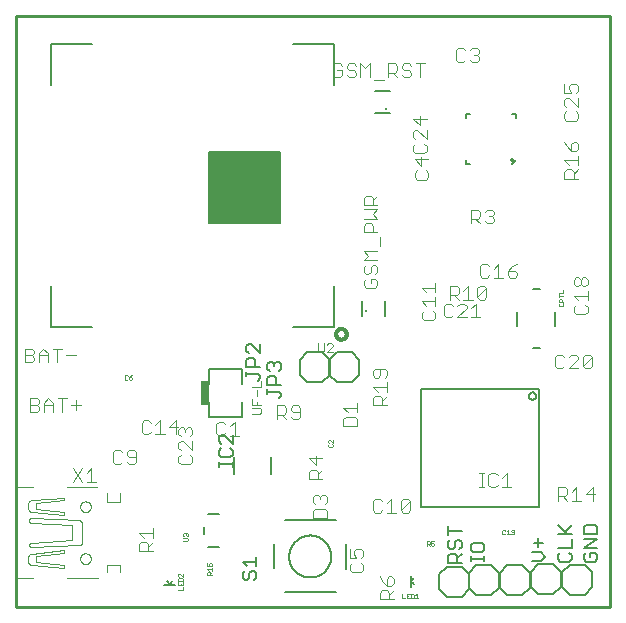
<source format=gto>
G75*
%MOIN*%
%OFA0B0*%
%FSLAX25Y25*%
%IPPOS*%
%LPD*%
%AMOC8*
5,1,8,0,0,1.08239X$1,22.5*
%
%ADD10C,0.01000*%
%ADD11C,0.00400*%
%ADD12C,0.00100*%
%ADD13C,0.00800*%
%ADD14C,0.00500*%
%ADD15C,0.00600*%
%ADD16C,0.01200*%
%ADD17C,0.00300*%
%ADD18R,0.23622X0.23622*%
%ADD19R,0.03000X0.08000*%
%ADD20C,0.00000*%
%ADD21C,0.01181*%
D10*
X0001500Y0012458D02*
X0199335Y0012458D01*
X0199335Y0209309D01*
X0001500Y0209309D01*
X0001500Y0012458D01*
D11*
X0001213Y0021957D02*
X0001213Y0052251D01*
X0001231Y0052228D02*
X0007151Y0052228D01*
X0006545Y0047936D02*
X0017378Y0048754D01*
X0017378Y0047936D01*
X0007976Y0046915D01*
X0007976Y0044871D01*
X0017378Y0043849D01*
X0017378Y0043031D01*
X0006545Y0044053D01*
X0006479Y0044060D01*
X0006414Y0044071D01*
X0006349Y0044085D01*
X0006286Y0044103D01*
X0006223Y0044125D01*
X0006162Y0044150D01*
X0006102Y0044178D01*
X0006044Y0044210D01*
X0005988Y0044246D01*
X0005934Y0044284D01*
X0005883Y0044325D01*
X0005834Y0044369D01*
X0005787Y0044416D01*
X0005743Y0044466D01*
X0005702Y0044518D01*
X0005664Y0044572D01*
X0005629Y0044628D01*
X0005598Y0044686D01*
X0005570Y0044746D01*
X0005545Y0044808D01*
X0005524Y0044870D01*
X0005524Y0047119D02*
X0005545Y0047181D01*
X0005570Y0047243D01*
X0005598Y0047303D01*
X0005629Y0047361D01*
X0005664Y0047417D01*
X0005702Y0047471D01*
X0005743Y0047523D01*
X0005787Y0047573D01*
X0005834Y0047620D01*
X0005883Y0047664D01*
X0005934Y0047705D01*
X0005988Y0047743D01*
X0006044Y0047779D01*
X0006102Y0047811D01*
X0006162Y0047839D01*
X0006223Y0047864D01*
X0006286Y0047886D01*
X0006349Y0047904D01*
X0006414Y0047918D01*
X0006479Y0047929D01*
X0006545Y0047936D01*
X0005524Y0047119D02*
X0005490Y0047004D01*
X0005460Y0046887D01*
X0005434Y0046770D01*
X0005412Y0046652D01*
X0005393Y0046534D01*
X0005378Y0046414D01*
X0005367Y0046295D01*
X0005359Y0046175D01*
X0005355Y0046055D01*
X0005355Y0045935D01*
X0005359Y0045815D01*
X0005367Y0045695D01*
X0005378Y0045576D01*
X0005393Y0045456D01*
X0005412Y0045338D01*
X0005434Y0045220D01*
X0005460Y0045103D01*
X0005490Y0044986D01*
X0005524Y0044871D01*
X0006546Y0042009D02*
X0022487Y0041192D01*
X0022545Y0041187D01*
X0022601Y0041178D01*
X0022658Y0041165D01*
X0022713Y0041149D01*
X0022767Y0041129D01*
X0022819Y0041106D01*
X0022870Y0041079D01*
X0022919Y0041048D01*
X0022966Y0041015D01*
X0023010Y0040979D01*
X0023053Y0040939D01*
X0023092Y0040897D01*
X0023128Y0040853D01*
X0023162Y0040806D01*
X0023192Y0040757D01*
X0023219Y0040706D01*
X0023242Y0040653D01*
X0023262Y0040599D01*
X0023278Y0040544D01*
X0023291Y0040488D01*
X0023300Y0040431D01*
X0023305Y0040374D01*
X0023305Y0040375D02*
X0023305Y0033835D01*
X0023300Y0033778D01*
X0023291Y0033721D01*
X0023278Y0033665D01*
X0023262Y0033609D01*
X0023242Y0033555D01*
X0023219Y0033503D01*
X0023192Y0033452D01*
X0023162Y0033403D01*
X0023128Y0033356D01*
X0023092Y0033312D01*
X0023053Y0033270D01*
X0023011Y0033230D01*
X0022966Y0033194D01*
X0022919Y0033161D01*
X0022870Y0033130D01*
X0022819Y0033104D01*
X0022767Y0033080D01*
X0022713Y0033060D01*
X0022658Y0033044D01*
X0022602Y0033031D01*
X0022545Y0033022D01*
X0022488Y0033017D01*
X0022487Y0033017D02*
X0006546Y0032200D01*
X0006545Y0032200D02*
X0006489Y0032202D01*
X0006434Y0032208D01*
X0006379Y0032217D01*
X0006325Y0032230D01*
X0006271Y0032247D01*
X0006220Y0032268D01*
X0006169Y0032292D01*
X0006120Y0032319D01*
X0006074Y0032350D01*
X0006029Y0032383D01*
X0005987Y0032420D01*
X0005948Y0032459D01*
X0005911Y0032501D01*
X0005878Y0032546D01*
X0005847Y0032592D01*
X0005820Y0032641D01*
X0005796Y0032692D01*
X0005775Y0032743D01*
X0005758Y0032797D01*
X0005745Y0032851D01*
X0005736Y0032906D01*
X0005730Y0032961D01*
X0005728Y0033017D01*
X0005730Y0033073D01*
X0005736Y0033128D01*
X0005745Y0033183D01*
X0005758Y0033237D01*
X0005775Y0033291D01*
X0005796Y0033342D01*
X0005820Y0033393D01*
X0005847Y0033442D01*
X0005878Y0033488D01*
X0005911Y0033533D01*
X0005948Y0033575D01*
X0005987Y0033614D01*
X0006029Y0033651D01*
X0006074Y0033684D01*
X0006120Y0033715D01*
X0006169Y0033742D01*
X0006220Y0033766D01*
X0006271Y0033787D01*
X0006325Y0033804D01*
X0006379Y0033817D01*
X0006434Y0033826D01*
X0006489Y0033832D01*
X0006545Y0033834D01*
X0006545Y0033835D02*
X0020035Y0034652D01*
X0020035Y0039558D01*
X0020035Y0039557D02*
X0006545Y0040374D01*
X0006489Y0040376D01*
X0006434Y0040382D01*
X0006379Y0040391D01*
X0006325Y0040404D01*
X0006271Y0040421D01*
X0006220Y0040442D01*
X0006169Y0040466D01*
X0006120Y0040493D01*
X0006074Y0040524D01*
X0006029Y0040557D01*
X0005987Y0040594D01*
X0005948Y0040633D01*
X0005911Y0040675D01*
X0005878Y0040720D01*
X0005847Y0040766D01*
X0005820Y0040815D01*
X0005796Y0040866D01*
X0005775Y0040917D01*
X0005758Y0040971D01*
X0005745Y0041025D01*
X0005736Y0041080D01*
X0005730Y0041135D01*
X0005728Y0041191D01*
X0005728Y0041192D01*
X0005730Y0041248D01*
X0005736Y0041303D01*
X0005745Y0041358D01*
X0005758Y0041412D01*
X0005775Y0041466D01*
X0005796Y0041517D01*
X0005820Y0041568D01*
X0005847Y0041617D01*
X0005878Y0041663D01*
X0005911Y0041708D01*
X0005948Y0041750D01*
X0005987Y0041789D01*
X0006029Y0041826D01*
X0006074Y0041859D01*
X0006120Y0041890D01*
X0006169Y0041917D01*
X0006220Y0041941D01*
X0006271Y0041962D01*
X0006325Y0041979D01*
X0006379Y0041992D01*
X0006434Y0042001D01*
X0006489Y0042007D01*
X0006545Y0042009D01*
X0001231Y0052228D02*
X0001231Y0021980D01*
X0001231Y0021980D01*
X0007151Y0021980D01*
X0006545Y0026273D02*
X0017378Y0025455D01*
X0017378Y0026273D01*
X0007976Y0027294D01*
X0007976Y0029338D01*
X0017378Y0030360D01*
X0017378Y0031178D01*
X0006545Y0030156D01*
X0006479Y0030149D01*
X0006414Y0030138D01*
X0006349Y0030124D01*
X0006286Y0030106D01*
X0006223Y0030084D01*
X0006162Y0030059D01*
X0006102Y0030031D01*
X0006044Y0029999D01*
X0005988Y0029963D01*
X0005934Y0029925D01*
X0005883Y0029884D01*
X0005834Y0029840D01*
X0005787Y0029793D01*
X0005743Y0029743D01*
X0005702Y0029691D01*
X0005664Y0029637D01*
X0005629Y0029581D01*
X0005598Y0029523D01*
X0005570Y0029463D01*
X0005545Y0029401D01*
X0005524Y0029339D01*
X0005524Y0027090D02*
X0005545Y0027028D01*
X0005570Y0026966D01*
X0005598Y0026906D01*
X0005629Y0026848D01*
X0005664Y0026792D01*
X0005702Y0026738D01*
X0005743Y0026686D01*
X0005787Y0026636D01*
X0005834Y0026589D01*
X0005883Y0026545D01*
X0005934Y0026504D01*
X0005988Y0026466D01*
X0006044Y0026430D01*
X0006102Y0026398D01*
X0006162Y0026370D01*
X0006223Y0026345D01*
X0006286Y0026323D01*
X0006349Y0026305D01*
X0006414Y0026291D01*
X0006479Y0026280D01*
X0006545Y0026273D01*
X0005524Y0027090D02*
X0005490Y0027205D01*
X0005460Y0027322D01*
X0005434Y0027439D01*
X0005412Y0027557D01*
X0005393Y0027675D01*
X0005378Y0027795D01*
X0005367Y0027914D01*
X0005359Y0028034D01*
X0005355Y0028154D01*
X0005355Y0028274D01*
X0005359Y0028394D01*
X0005367Y0028514D01*
X0005378Y0028633D01*
X0005393Y0028753D01*
X0005412Y0028871D01*
X0005434Y0028989D01*
X0005460Y0029106D01*
X0005490Y0029223D01*
X0005524Y0029338D01*
X0018220Y0021958D02*
X0028800Y0021958D01*
X0031657Y0024017D02*
X0031657Y0026475D01*
X0036174Y0026475D01*
X0036174Y0023984D01*
X0042420Y0030901D02*
X0042420Y0033203D01*
X0043187Y0033971D01*
X0044721Y0033971D01*
X0045489Y0033203D01*
X0045489Y0030901D01*
X0047023Y0030901D02*
X0042420Y0030901D01*
X0045489Y0032436D02*
X0047023Y0033971D01*
X0047023Y0035505D02*
X0047023Y0038575D01*
X0047023Y0037040D02*
X0042420Y0037040D01*
X0043954Y0035505D01*
X0036108Y0047335D02*
X0036108Y0050192D01*
X0036108Y0047335D02*
X0031657Y0047335D01*
X0031657Y0050192D01*
X0028402Y0052251D02*
X0018420Y0052250D01*
X0020352Y0053928D02*
X0023421Y0058532D01*
X0024955Y0056997D02*
X0026490Y0058532D01*
X0026490Y0053928D01*
X0024955Y0053928D02*
X0028025Y0053928D01*
X0023421Y0053928D02*
X0020352Y0058532D01*
X0033703Y0060827D02*
X0034470Y0060060D01*
X0036005Y0060060D01*
X0036772Y0060827D01*
X0038307Y0060827D02*
X0039074Y0060060D01*
X0040609Y0060060D01*
X0041376Y0060827D01*
X0041376Y0063897D01*
X0040609Y0064664D01*
X0039074Y0064664D01*
X0038307Y0063897D01*
X0038307Y0063129D01*
X0039074Y0062362D01*
X0041376Y0062362D01*
X0036772Y0063897D02*
X0036005Y0064664D01*
X0034470Y0064664D01*
X0033703Y0063897D01*
X0033703Y0060827D01*
X0043196Y0070768D02*
X0043963Y0070001D01*
X0045498Y0070001D01*
X0046265Y0070768D01*
X0047800Y0070001D02*
X0050869Y0070001D01*
X0049335Y0070001D02*
X0049335Y0074605D01*
X0047800Y0073070D01*
X0046265Y0073837D02*
X0045498Y0074605D01*
X0043963Y0074605D01*
X0043196Y0073837D01*
X0043196Y0070768D01*
X0052404Y0072303D02*
X0055473Y0072303D01*
X0056253Y0072275D02*
X0057020Y0072275D01*
X0057787Y0071508D01*
X0058555Y0072275D01*
X0059322Y0072275D01*
X0060089Y0071508D01*
X0060089Y0069973D01*
X0059322Y0069206D01*
X0060089Y0067671D02*
X0060089Y0064602D01*
X0057020Y0067671D01*
X0056253Y0067671D01*
X0055485Y0066904D01*
X0055485Y0065369D01*
X0056253Y0064602D01*
X0056253Y0063067D02*
X0055485Y0062300D01*
X0055485Y0060765D01*
X0056253Y0059998D01*
X0059322Y0059998D01*
X0060089Y0060765D01*
X0060089Y0062300D01*
X0059322Y0063067D01*
X0056253Y0069206D02*
X0055485Y0069973D01*
X0055485Y0071508D01*
X0056253Y0072275D01*
X0057787Y0071508D02*
X0057787Y0070741D01*
X0054706Y0070001D02*
X0054706Y0074605D01*
X0052404Y0072303D01*
X0068122Y0073306D02*
X0068122Y0070237D01*
X0068889Y0069469D01*
X0070424Y0069469D01*
X0071191Y0070237D01*
X0072726Y0069469D02*
X0075795Y0069469D01*
X0074261Y0069469D02*
X0074261Y0074073D01*
X0072726Y0072539D01*
X0071191Y0073306D02*
X0070424Y0074073D01*
X0068889Y0074073D01*
X0068122Y0073306D01*
X0088383Y0074912D02*
X0088383Y0079516D01*
X0090685Y0079516D01*
X0091452Y0078749D01*
X0091452Y0077214D01*
X0090685Y0076447D01*
X0088383Y0076447D01*
X0089918Y0076447D02*
X0091452Y0074912D01*
X0092987Y0075680D02*
X0093754Y0074912D01*
X0095289Y0074912D01*
X0096056Y0075680D01*
X0096056Y0078749D01*
X0095289Y0079516D01*
X0093754Y0079516D01*
X0092987Y0078749D01*
X0092987Y0077982D01*
X0093754Y0077214D01*
X0096056Y0077214D01*
X0101213Y0062704D02*
X0101213Y0059634D01*
X0098911Y0061936D01*
X0103515Y0061936D01*
X0103515Y0058100D02*
X0101980Y0056565D01*
X0101980Y0057332D02*
X0101980Y0055030D01*
X0103515Y0055030D02*
X0098911Y0055030D01*
X0098911Y0057332D01*
X0099678Y0058100D01*
X0101213Y0058100D01*
X0101980Y0057332D01*
X0101897Y0049711D02*
X0102664Y0048944D01*
X0103432Y0049711D01*
X0104199Y0049711D01*
X0104966Y0048944D01*
X0104966Y0047409D01*
X0104199Y0046642D01*
X0104199Y0045107D02*
X0101130Y0045107D01*
X0100362Y0044340D01*
X0100362Y0042038D01*
X0104966Y0042038D01*
X0104966Y0044340D01*
X0104199Y0045107D01*
X0101130Y0046642D02*
X0100362Y0047409D01*
X0100362Y0048944D01*
X0101130Y0049711D01*
X0101897Y0049711D01*
X0102664Y0048944D02*
X0102664Y0048177D01*
X0112552Y0031675D02*
X0112552Y0028606D01*
X0114854Y0028606D01*
X0114087Y0030140D01*
X0114087Y0030908D01*
X0114854Y0031675D01*
X0116389Y0031675D01*
X0117156Y0030908D01*
X0117156Y0029373D01*
X0116389Y0028606D01*
X0116389Y0027071D02*
X0117156Y0026304D01*
X0117156Y0024769D01*
X0116389Y0024002D01*
X0113320Y0024002D01*
X0112552Y0024769D01*
X0112552Y0026304D01*
X0113320Y0027071D01*
X0122641Y0022531D02*
X0123408Y0020997D01*
X0124943Y0019462D01*
X0124943Y0021764D01*
X0125710Y0022531D01*
X0126478Y0022531D01*
X0127245Y0021764D01*
X0127245Y0020229D01*
X0126478Y0019462D01*
X0124943Y0019462D01*
X0124943Y0017927D02*
X0125710Y0017160D01*
X0125710Y0014858D01*
X0125710Y0016393D02*
X0127245Y0017927D01*
X0127245Y0014858D02*
X0122641Y0014858D01*
X0122641Y0017160D01*
X0123408Y0017927D01*
X0124943Y0017927D01*
X0124975Y0043790D02*
X0128044Y0043790D01*
X0126510Y0043790D02*
X0126510Y0048394D01*
X0124975Y0046860D01*
X0123441Y0047627D02*
X0122673Y0048394D01*
X0121139Y0048394D01*
X0120371Y0047627D01*
X0120371Y0044558D01*
X0121139Y0043790D01*
X0122673Y0043790D01*
X0123441Y0044558D01*
X0129579Y0044558D02*
X0130346Y0043790D01*
X0131881Y0043790D01*
X0132648Y0044558D01*
X0132648Y0047627D01*
X0129579Y0044558D01*
X0129579Y0047627D01*
X0130346Y0048394D01*
X0131881Y0048394D01*
X0132648Y0047627D01*
X0115120Y0072589D02*
X0115120Y0074891D01*
X0114352Y0075658D01*
X0111283Y0075658D01*
X0110516Y0074891D01*
X0110516Y0072589D01*
X0115120Y0072589D01*
X0115120Y0077193D02*
X0115120Y0080262D01*
X0115120Y0078727D02*
X0110516Y0078727D01*
X0112050Y0077193D01*
X0120377Y0079545D02*
X0120377Y0081847D01*
X0121145Y0082615D01*
X0122679Y0082615D01*
X0123446Y0081847D01*
X0123446Y0079545D01*
X0123446Y0081080D02*
X0124981Y0082615D01*
X0124981Y0084149D02*
X0124981Y0087219D01*
X0124981Y0085684D02*
X0120377Y0085684D01*
X0121912Y0084149D01*
X0121912Y0088753D02*
X0122679Y0089521D01*
X0122679Y0091823D01*
X0121145Y0091823D02*
X0120377Y0091055D01*
X0120377Y0089521D01*
X0121145Y0088753D01*
X0121912Y0088753D01*
X0124214Y0088753D02*
X0124981Y0089521D01*
X0124981Y0091055D01*
X0124214Y0091823D01*
X0121145Y0091823D01*
X0120377Y0079545D02*
X0124981Y0079545D01*
X0137306Y0108072D02*
X0140375Y0108072D01*
X0141143Y0108839D01*
X0141143Y0110374D01*
X0140375Y0111141D01*
X0141143Y0112676D02*
X0141143Y0115745D01*
X0141143Y0117280D02*
X0141143Y0120349D01*
X0141143Y0118814D02*
X0136539Y0118814D01*
X0138073Y0117280D01*
X0136539Y0114210D02*
X0141143Y0114210D01*
X0138073Y0112676D02*
X0136539Y0114210D01*
X0137306Y0111141D02*
X0136539Y0110374D01*
X0136539Y0108839D01*
X0137306Y0108072D01*
X0143897Y0109641D02*
X0144664Y0108874D01*
X0146199Y0108874D01*
X0146966Y0109641D01*
X0148501Y0108874D02*
X0151570Y0111943D01*
X0151570Y0112711D01*
X0150803Y0113478D01*
X0149268Y0113478D01*
X0148501Y0112711D01*
X0146966Y0112711D02*
X0146199Y0113478D01*
X0144664Y0113478D01*
X0143897Y0112711D01*
X0143897Y0109641D01*
X0148501Y0108874D02*
X0151570Y0108874D01*
X0153105Y0108874D02*
X0156174Y0108874D01*
X0154640Y0108874D02*
X0154640Y0113478D01*
X0153105Y0111943D01*
X0153566Y0114769D02*
X0150497Y0114769D01*
X0152031Y0114769D02*
X0152031Y0119373D01*
X0150497Y0117838D01*
X0148962Y0118605D02*
X0148962Y0117071D01*
X0148195Y0116303D01*
X0145893Y0116303D01*
X0145893Y0114769D02*
X0145893Y0119373D01*
X0148195Y0119373D01*
X0148962Y0118605D01*
X0147428Y0116303D02*
X0148962Y0114769D01*
X0155101Y0115536D02*
X0158170Y0118605D01*
X0158170Y0115536D01*
X0157403Y0114769D01*
X0155868Y0114769D01*
X0155101Y0115536D01*
X0155101Y0118605D01*
X0155868Y0119373D01*
X0157403Y0119373D01*
X0158170Y0118605D01*
X0158341Y0122093D02*
X0156806Y0122093D01*
X0156039Y0122861D01*
X0156039Y0125930D01*
X0156806Y0126697D01*
X0158341Y0126697D01*
X0159108Y0125930D01*
X0160643Y0125163D02*
X0162177Y0126697D01*
X0162177Y0122093D01*
X0160643Y0122093D02*
X0163712Y0122093D01*
X0165246Y0122861D02*
X0166014Y0122093D01*
X0167548Y0122093D01*
X0168316Y0122861D01*
X0168316Y0123628D01*
X0167548Y0124395D01*
X0165246Y0124395D01*
X0165246Y0122861D01*
X0165246Y0124395D02*
X0166781Y0125930D01*
X0168316Y0126697D01*
X0159108Y0122861D02*
X0158341Y0122093D01*
X0158326Y0140217D02*
X0157559Y0140985D01*
X0158326Y0140217D02*
X0159861Y0140217D01*
X0160628Y0140985D01*
X0160628Y0141752D01*
X0159861Y0142519D01*
X0159093Y0142519D01*
X0159861Y0142519D02*
X0160628Y0143287D01*
X0160628Y0144054D01*
X0159861Y0144821D01*
X0158326Y0144821D01*
X0157559Y0144054D01*
X0156024Y0144054D02*
X0156024Y0142519D01*
X0155257Y0141752D01*
X0152955Y0141752D01*
X0154489Y0141752D02*
X0156024Y0140217D01*
X0156024Y0144054D02*
X0155257Y0144821D01*
X0152955Y0144821D01*
X0152955Y0140217D01*
X0138038Y0154829D02*
X0138805Y0155596D01*
X0138805Y0157131D01*
X0138038Y0157898D01*
X0136503Y0159433D02*
X0136503Y0162502D01*
X0137452Y0163655D02*
X0134383Y0163655D01*
X0133615Y0164422D01*
X0133615Y0165957D01*
X0134383Y0166724D01*
X0134383Y0168259D02*
X0133615Y0169026D01*
X0133615Y0170561D01*
X0134383Y0171328D01*
X0135150Y0171328D01*
X0138219Y0168259D01*
X0138219Y0171328D01*
X0135917Y0172862D02*
X0135917Y0175932D01*
X0133615Y0175164D02*
X0135917Y0172862D01*
X0138219Y0175164D02*
X0133615Y0175164D01*
X0137452Y0166724D02*
X0138219Y0165957D01*
X0138219Y0164422D01*
X0137452Y0163655D01*
X0138805Y0161735D02*
X0134201Y0161735D01*
X0136503Y0159433D01*
X0134968Y0157898D02*
X0134201Y0157131D01*
X0134201Y0155596D01*
X0134968Y0154829D01*
X0138038Y0154829D01*
X0121836Y0149458D02*
X0120302Y0147924D01*
X0120302Y0148691D02*
X0120302Y0146389D01*
X0121836Y0146389D02*
X0117232Y0146389D01*
X0117232Y0148691D01*
X0118000Y0149458D01*
X0119534Y0149458D01*
X0120302Y0148691D01*
X0121836Y0144855D02*
X0117232Y0144855D01*
X0117232Y0141785D02*
X0121836Y0141785D01*
X0120302Y0143320D01*
X0121836Y0144855D01*
X0119534Y0140251D02*
X0120302Y0139483D01*
X0120302Y0137181D01*
X0121836Y0137181D02*
X0117232Y0137181D01*
X0117232Y0139483D01*
X0118000Y0140251D01*
X0119534Y0140251D01*
X0122604Y0135647D02*
X0122604Y0132577D01*
X0121836Y0131043D02*
X0117232Y0131043D01*
X0118767Y0129508D01*
X0117232Y0127973D01*
X0121836Y0127973D01*
X0121069Y0126439D02*
X0120302Y0126439D01*
X0119534Y0125672D01*
X0119534Y0124137D01*
X0118767Y0123370D01*
X0118000Y0123370D01*
X0117232Y0124137D01*
X0117232Y0125672D01*
X0118000Y0126439D01*
X0121069Y0126439D02*
X0121836Y0125672D01*
X0121836Y0124137D01*
X0121069Y0123370D01*
X0121069Y0121835D02*
X0119534Y0121835D01*
X0119534Y0120300D01*
X0118000Y0118766D02*
X0121069Y0118766D01*
X0121836Y0119533D01*
X0121836Y0121068D01*
X0121069Y0121835D01*
X0118000Y0121835D02*
X0117232Y0121068D01*
X0117232Y0119533D01*
X0118000Y0118766D01*
X0155781Y0056975D02*
X0157316Y0056975D01*
X0156548Y0056975D02*
X0156548Y0052371D01*
X0155781Y0052371D02*
X0157316Y0052371D01*
X0158850Y0053138D02*
X0158850Y0056208D01*
X0159618Y0056975D01*
X0161152Y0056975D01*
X0161920Y0056208D01*
X0163454Y0055440D02*
X0164989Y0056975D01*
X0164989Y0052371D01*
X0163454Y0052371D02*
X0166524Y0052371D01*
X0161920Y0053138D02*
X0161152Y0052371D01*
X0159618Y0052371D01*
X0158850Y0053138D01*
X0182037Y0052287D02*
X0182037Y0047683D01*
X0182037Y0049218D02*
X0184339Y0049218D01*
X0185106Y0049985D01*
X0185106Y0051520D01*
X0184339Y0052287D01*
X0182037Y0052287D01*
X0183571Y0049218D02*
X0185106Y0047683D01*
X0186641Y0047683D02*
X0189710Y0047683D01*
X0188175Y0047683D02*
X0188175Y0052287D01*
X0186641Y0050752D01*
X0191245Y0049985D02*
X0194314Y0049985D01*
X0193547Y0047683D02*
X0193547Y0052287D01*
X0191245Y0049985D01*
X0190998Y0091846D02*
X0190231Y0092614D01*
X0193300Y0095683D01*
X0193300Y0092614D01*
X0192533Y0091846D01*
X0190998Y0091846D01*
X0190231Y0092614D02*
X0190231Y0095683D01*
X0190998Y0096450D01*
X0192533Y0096450D01*
X0193300Y0095683D01*
X0188696Y0095683D02*
X0187929Y0096450D01*
X0186394Y0096450D01*
X0185627Y0095683D01*
X0184092Y0095683D02*
X0183325Y0096450D01*
X0181790Y0096450D01*
X0181023Y0095683D01*
X0181023Y0092614D01*
X0181790Y0091846D01*
X0183325Y0091846D01*
X0184092Y0092614D01*
X0185627Y0091846D02*
X0188696Y0094916D01*
X0188696Y0095683D01*
X0188696Y0091846D02*
X0185627Y0091846D01*
X0188076Y0109975D02*
X0191145Y0109975D01*
X0191912Y0110742D01*
X0191912Y0112276D01*
X0191145Y0113044D01*
X0191912Y0114578D02*
X0191912Y0117648D01*
X0191912Y0116113D02*
X0187308Y0116113D01*
X0188843Y0114578D01*
X0188076Y0113044D02*
X0187308Y0112276D01*
X0187308Y0110742D01*
X0188076Y0109975D01*
X0188076Y0119182D02*
X0187308Y0119950D01*
X0187308Y0121484D01*
X0188076Y0122252D01*
X0188843Y0122252D01*
X0189610Y0121484D01*
X0189610Y0119950D01*
X0188843Y0119182D01*
X0188076Y0119182D01*
X0189610Y0119950D02*
X0190378Y0119182D01*
X0191145Y0119182D01*
X0191912Y0119950D01*
X0191912Y0121484D01*
X0191145Y0122252D01*
X0190378Y0122252D01*
X0189610Y0121484D01*
X0188770Y0155109D02*
X0184167Y0155109D01*
X0184167Y0157411D01*
X0184934Y0158178D01*
X0186469Y0158178D01*
X0187236Y0157411D01*
X0187236Y0155109D01*
X0187236Y0156644D02*
X0188770Y0158178D01*
X0188770Y0159713D02*
X0188770Y0162782D01*
X0188770Y0161248D02*
X0184167Y0161248D01*
X0185701Y0159713D01*
X0186469Y0164317D02*
X0186469Y0166619D01*
X0187236Y0167386D01*
X0188003Y0167386D01*
X0188770Y0166619D01*
X0188770Y0165084D01*
X0188003Y0164317D01*
X0186469Y0164317D01*
X0184934Y0165852D01*
X0184167Y0167386D01*
X0184811Y0174467D02*
X0187880Y0174467D01*
X0188647Y0175234D01*
X0188647Y0176769D01*
X0187880Y0177536D01*
X0188647Y0179071D02*
X0185578Y0182140D01*
X0184811Y0182140D01*
X0184044Y0181373D01*
X0184044Y0179838D01*
X0184811Y0179071D01*
X0184811Y0177536D02*
X0184044Y0176769D01*
X0184044Y0175234D01*
X0184811Y0174467D01*
X0188647Y0179071D02*
X0188647Y0182140D01*
X0187880Y0183674D02*
X0188647Y0184442D01*
X0188647Y0185976D01*
X0187880Y0186744D01*
X0186345Y0186744D01*
X0185578Y0185976D01*
X0185578Y0185209D01*
X0186345Y0183674D01*
X0184044Y0183674D01*
X0184044Y0186744D01*
X0155721Y0194799D02*
X0154954Y0194031D01*
X0153419Y0194031D01*
X0152652Y0194799D01*
X0151118Y0194799D02*
X0150350Y0194031D01*
X0148816Y0194031D01*
X0148048Y0194799D01*
X0148048Y0197868D01*
X0148816Y0198635D01*
X0150350Y0198635D01*
X0151118Y0197868D01*
X0152652Y0197868D02*
X0153419Y0198635D01*
X0154954Y0198635D01*
X0155721Y0197868D01*
X0155721Y0197101D01*
X0154954Y0196333D01*
X0155721Y0195566D01*
X0155721Y0194799D01*
X0154954Y0196333D02*
X0154187Y0196333D01*
X0137675Y0193522D02*
X0134606Y0193522D01*
X0136140Y0193522D02*
X0136140Y0188918D01*
X0133071Y0189686D02*
X0132304Y0188918D01*
X0130769Y0188918D01*
X0130002Y0189686D01*
X0130769Y0191220D02*
X0132304Y0191220D01*
X0133071Y0190453D01*
X0133071Y0189686D01*
X0130769Y0191220D02*
X0130002Y0191987D01*
X0130002Y0192755D01*
X0130769Y0193522D01*
X0132304Y0193522D01*
X0133071Y0192755D01*
X0128467Y0192755D02*
X0128467Y0191220D01*
X0127700Y0190453D01*
X0125398Y0190453D01*
X0126933Y0190453D02*
X0128467Y0188918D01*
X0125398Y0188918D02*
X0125398Y0193522D01*
X0127700Y0193522D01*
X0128467Y0192755D01*
X0123863Y0188151D02*
X0120794Y0188151D01*
X0119259Y0188918D02*
X0119259Y0193522D01*
X0117725Y0191987D01*
X0116190Y0193522D01*
X0116190Y0188918D01*
X0114656Y0189686D02*
X0113888Y0188918D01*
X0112354Y0188918D01*
X0111586Y0189686D01*
X0110052Y0189686D02*
X0109284Y0188918D01*
X0107750Y0188918D01*
X0106982Y0189686D01*
X0106982Y0192755D01*
X0107750Y0193522D01*
X0109284Y0193522D01*
X0110052Y0192755D01*
X0111586Y0192755D02*
X0111586Y0191987D01*
X0112354Y0191220D01*
X0113888Y0191220D01*
X0114656Y0190453D01*
X0114656Y0189686D01*
X0114656Y0192755D02*
X0113888Y0193522D01*
X0112354Y0193522D01*
X0111586Y0192755D01*
X0110052Y0191220D02*
X0108517Y0191220D01*
X0110052Y0191220D02*
X0110052Y0189686D01*
X0021228Y0096181D02*
X0018159Y0096181D01*
X0016624Y0098483D02*
X0013555Y0098483D01*
X0015090Y0098483D02*
X0015090Y0093879D01*
X0012020Y0093879D02*
X0012020Y0096948D01*
X0010486Y0098483D01*
X0008951Y0096948D01*
X0008951Y0093879D01*
X0007417Y0094646D02*
X0006649Y0093879D01*
X0004347Y0093879D01*
X0004347Y0098483D01*
X0006649Y0098483D01*
X0007417Y0097715D01*
X0007417Y0096948D01*
X0006649Y0096181D01*
X0004347Y0096181D01*
X0006649Y0096181D02*
X0007417Y0095413D01*
X0007417Y0094646D01*
X0008951Y0096181D02*
X0012020Y0096181D01*
X0012169Y0081977D02*
X0013704Y0080442D01*
X0013704Y0077373D01*
X0013704Y0079675D02*
X0010635Y0079675D01*
X0010635Y0080442D02*
X0012169Y0081977D01*
X0010635Y0080442D02*
X0010635Y0077373D01*
X0009100Y0078140D02*
X0009100Y0078908D01*
X0008333Y0079675D01*
X0006031Y0079675D01*
X0006031Y0077373D02*
X0006031Y0081977D01*
X0008333Y0081977D01*
X0009100Y0081210D01*
X0009100Y0080442D01*
X0008333Y0079675D01*
X0009100Y0078140D02*
X0008333Y0077373D01*
X0006031Y0077373D01*
X0015239Y0081977D02*
X0018308Y0081977D01*
X0016773Y0081977D02*
X0016773Y0077373D01*
X0019842Y0079675D02*
X0022912Y0079675D01*
X0021377Y0081210D02*
X0021377Y0078140D01*
D12*
X0037529Y0088376D02*
X0037779Y0088126D01*
X0038279Y0088126D01*
X0038530Y0088376D01*
X0039002Y0088376D02*
X0039252Y0088126D01*
X0039753Y0088126D01*
X0040003Y0088376D01*
X0040003Y0088626D01*
X0039753Y0088877D01*
X0039002Y0088877D01*
X0039002Y0088376D01*
X0039002Y0088877D02*
X0039502Y0089377D01*
X0040003Y0089627D01*
X0038530Y0089377D02*
X0038279Y0089627D01*
X0037779Y0089627D01*
X0037529Y0089377D01*
X0037529Y0088376D01*
X0057388Y0036896D02*
X0057638Y0036896D01*
X0057888Y0036646D01*
X0058139Y0036896D01*
X0058389Y0036896D01*
X0058639Y0036646D01*
X0058639Y0036145D01*
X0058389Y0035895D01*
X0058389Y0035423D02*
X0057138Y0035423D01*
X0057388Y0035895D02*
X0057138Y0036145D01*
X0057138Y0036646D01*
X0057388Y0036896D01*
X0057888Y0036646D02*
X0057888Y0036395D01*
X0058389Y0035423D02*
X0058639Y0035172D01*
X0058639Y0034672D01*
X0058389Y0034422D01*
X0057138Y0034422D01*
X0065133Y0026906D02*
X0065133Y0025905D01*
X0065884Y0025905D01*
X0065634Y0026406D01*
X0065634Y0026656D01*
X0065884Y0026906D01*
X0066384Y0026906D01*
X0066635Y0026656D01*
X0066635Y0026155D01*
X0066384Y0025905D01*
X0066635Y0025433D02*
X0066635Y0024432D01*
X0066635Y0023960D02*
X0066134Y0023459D01*
X0066134Y0023709D02*
X0066134Y0022959D01*
X0066635Y0022959D02*
X0065133Y0022959D01*
X0065133Y0023709D01*
X0065384Y0023960D01*
X0065884Y0023960D01*
X0066134Y0023709D01*
X0065634Y0024432D02*
X0065133Y0024932D01*
X0066635Y0024932D01*
X0056952Y0023508D02*
X0056952Y0022508D01*
X0055951Y0023508D01*
X0055701Y0023508D01*
X0055450Y0023258D01*
X0055450Y0022758D01*
X0055701Y0022508D01*
X0055701Y0022035D02*
X0055450Y0021785D01*
X0055450Y0021034D01*
X0056952Y0021034D01*
X0056952Y0021785D01*
X0056701Y0022035D01*
X0055701Y0022035D01*
X0055450Y0020562D02*
X0055450Y0019561D01*
X0056952Y0019561D01*
X0056952Y0020562D01*
X0056201Y0020061D02*
X0056201Y0019561D01*
X0056952Y0019089D02*
X0056952Y0018088D01*
X0055450Y0018088D01*
X0105507Y0065863D02*
X0105758Y0065613D01*
X0106758Y0065613D01*
X0107009Y0065863D01*
X0107009Y0066364D01*
X0106758Y0066614D01*
X0107009Y0067086D02*
X0106008Y0068087D01*
X0105758Y0068087D01*
X0105507Y0067837D01*
X0105507Y0067336D01*
X0105758Y0067086D01*
X0105758Y0066614D02*
X0105507Y0066364D01*
X0105507Y0065863D01*
X0107009Y0067086D02*
X0107009Y0068087D01*
X0138206Y0034179D02*
X0138956Y0034179D01*
X0139206Y0033929D01*
X0139206Y0033428D01*
X0138956Y0033178D01*
X0138206Y0033178D01*
X0138706Y0033178D02*
X0139206Y0032678D01*
X0139679Y0032928D02*
X0139929Y0032678D01*
X0140429Y0032678D01*
X0140680Y0032928D01*
X0140680Y0033428D01*
X0140429Y0033679D01*
X0140179Y0033679D01*
X0139679Y0033428D01*
X0139679Y0034179D01*
X0140680Y0034179D01*
X0138206Y0034179D02*
X0138206Y0032678D01*
X0134992Y0016697D02*
X0134992Y0015196D01*
X0134492Y0015196D02*
X0135493Y0015196D01*
X0134492Y0016197D02*
X0134992Y0016697D01*
X0134020Y0016447D02*
X0133769Y0016697D01*
X0133019Y0016697D01*
X0133019Y0015196D01*
X0133769Y0015196D01*
X0134020Y0015446D01*
X0134020Y0016447D01*
X0132546Y0016697D02*
X0131546Y0016697D01*
X0131546Y0015196D01*
X0132546Y0015196D01*
X0132046Y0015946D02*
X0131546Y0015946D01*
X0131073Y0015196D02*
X0130072Y0015196D01*
X0130072Y0016697D01*
X0163511Y0036776D02*
X0163761Y0036526D01*
X0164261Y0036526D01*
X0164511Y0036776D01*
X0164984Y0036526D02*
X0165985Y0036526D01*
X0165484Y0036526D02*
X0165484Y0038027D01*
X0164984Y0037527D01*
X0164511Y0037777D02*
X0164261Y0038027D01*
X0163761Y0038027D01*
X0163511Y0037777D01*
X0163511Y0036776D01*
X0166457Y0036776D02*
X0166707Y0036526D01*
X0167208Y0036526D01*
X0167458Y0036776D01*
X0167458Y0037777D01*
X0167208Y0038027D01*
X0166707Y0038027D01*
X0166457Y0037777D01*
X0166457Y0037527D01*
X0166707Y0037277D01*
X0167458Y0037277D01*
X0182527Y0112580D02*
X0183528Y0112580D01*
X0183778Y0112830D01*
X0183778Y0113331D01*
X0183528Y0113581D01*
X0183278Y0114053D02*
X0183278Y0114804D01*
X0183028Y0115054D01*
X0182527Y0115054D01*
X0182277Y0114804D01*
X0182277Y0114053D01*
X0183778Y0114053D01*
X0183278Y0114554D02*
X0183778Y0115054D01*
X0183778Y0116027D02*
X0182277Y0116027D01*
X0182277Y0116527D02*
X0182277Y0115526D01*
X0182277Y0117000D02*
X0183778Y0117000D01*
X0183778Y0118001D01*
X0182527Y0113581D02*
X0182277Y0113331D01*
X0182277Y0112830D01*
X0182527Y0112580D01*
D13*
X0181028Y0110785D02*
X0181028Y0106061D01*
X0175909Y0098580D02*
X0173547Y0098580D01*
X0168429Y0106061D02*
X0168429Y0110785D01*
X0173547Y0118265D02*
X0175909Y0118265D01*
X0107933Y0041191D02*
X0090933Y0041191D01*
X0087433Y0033191D02*
X0087433Y0025262D01*
X0090933Y0017191D02*
X0107933Y0017191D01*
X0111433Y0025143D02*
X0111433Y0033191D01*
X0092433Y0029191D02*
X0092435Y0029363D01*
X0092441Y0029534D01*
X0092452Y0029706D01*
X0092467Y0029877D01*
X0092486Y0030048D01*
X0092509Y0030218D01*
X0092536Y0030388D01*
X0092568Y0030557D01*
X0092603Y0030725D01*
X0092643Y0030892D01*
X0092687Y0031058D01*
X0092734Y0031223D01*
X0092786Y0031387D01*
X0092842Y0031549D01*
X0092902Y0031710D01*
X0092966Y0031870D01*
X0093034Y0032028D01*
X0093105Y0032184D01*
X0093180Y0032338D01*
X0093260Y0032491D01*
X0093342Y0032641D01*
X0093429Y0032790D01*
X0093519Y0032936D01*
X0093613Y0033080D01*
X0093710Y0033222D01*
X0093811Y0033361D01*
X0093915Y0033498D01*
X0094022Y0033632D01*
X0094133Y0033763D01*
X0094246Y0033892D01*
X0094363Y0034018D01*
X0094483Y0034141D01*
X0094606Y0034261D01*
X0094732Y0034378D01*
X0094861Y0034491D01*
X0094992Y0034602D01*
X0095126Y0034709D01*
X0095263Y0034813D01*
X0095402Y0034914D01*
X0095544Y0035011D01*
X0095688Y0035105D01*
X0095834Y0035195D01*
X0095983Y0035282D01*
X0096133Y0035364D01*
X0096286Y0035444D01*
X0096440Y0035519D01*
X0096596Y0035590D01*
X0096754Y0035658D01*
X0096914Y0035722D01*
X0097075Y0035782D01*
X0097237Y0035838D01*
X0097401Y0035890D01*
X0097566Y0035937D01*
X0097732Y0035981D01*
X0097899Y0036021D01*
X0098067Y0036056D01*
X0098236Y0036088D01*
X0098406Y0036115D01*
X0098576Y0036138D01*
X0098747Y0036157D01*
X0098918Y0036172D01*
X0099090Y0036183D01*
X0099261Y0036189D01*
X0099433Y0036191D01*
X0099605Y0036189D01*
X0099776Y0036183D01*
X0099948Y0036172D01*
X0100119Y0036157D01*
X0100290Y0036138D01*
X0100460Y0036115D01*
X0100630Y0036088D01*
X0100799Y0036056D01*
X0100967Y0036021D01*
X0101134Y0035981D01*
X0101300Y0035937D01*
X0101465Y0035890D01*
X0101629Y0035838D01*
X0101791Y0035782D01*
X0101952Y0035722D01*
X0102112Y0035658D01*
X0102270Y0035590D01*
X0102426Y0035519D01*
X0102580Y0035444D01*
X0102733Y0035364D01*
X0102883Y0035282D01*
X0103032Y0035195D01*
X0103178Y0035105D01*
X0103322Y0035011D01*
X0103464Y0034914D01*
X0103603Y0034813D01*
X0103740Y0034709D01*
X0103874Y0034602D01*
X0104005Y0034491D01*
X0104134Y0034378D01*
X0104260Y0034261D01*
X0104383Y0034141D01*
X0104503Y0034018D01*
X0104620Y0033892D01*
X0104733Y0033763D01*
X0104844Y0033632D01*
X0104951Y0033498D01*
X0105055Y0033361D01*
X0105156Y0033222D01*
X0105253Y0033080D01*
X0105347Y0032936D01*
X0105437Y0032790D01*
X0105524Y0032641D01*
X0105606Y0032491D01*
X0105686Y0032338D01*
X0105761Y0032184D01*
X0105832Y0032028D01*
X0105900Y0031870D01*
X0105964Y0031710D01*
X0106024Y0031549D01*
X0106080Y0031387D01*
X0106132Y0031223D01*
X0106179Y0031058D01*
X0106223Y0030892D01*
X0106263Y0030725D01*
X0106298Y0030557D01*
X0106330Y0030388D01*
X0106357Y0030218D01*
X0106380Y0030048D01*
X0106399Y0029877D01*
X0106414Y0029706D01*
X0106425Y0029534D01*
X0106431Y0029363D01*
X0106433Y0029191D01*
X0106431Y0029019D01*
X0106425Y0028848D01*
X0106414Y0028676D01*
X0106399Y0028505D01*
X0106380Y0028334D01*
X0106357Y0028164D01*
X0106330Y0027994D01*
X0106298Y0027825D01*
X0106263Y0027657D01*
X0106223Y0027490D01*
X0106179Y0027324D01*
X0106132Y0027159D01*
X0106080Y0026995D01*
X0106024Y0026833D01*
X0105964Y0026672D01*
X0105900Y0026512D01*
X0105832Y0026354D01*
X0105761Y0026198D01*
X0105686Y0026044D01*
X0105606Y0025891D01*
X0105524Y0025741D01*
X0105437Y0025592D01*
X0105347Y0025446D01*
X0105253Y0025302D01*
X0105156Y0025160D01*
X0105055Y0025021D01*
X0104951Y0024884D01*
X0104844Y0024750D01*
X0104733Y0024619D01*
X0104620Y0024490D01*
X0104503Y0024364D01*
X0104383Y0024241D01*
X0104260Y0024121D01*
X0104134Y0024004D01*
X0104005Y0023891D01*
X0103874Y0023780D01*
X0103740Y0023673D01*
X0103603Y0023569D01*
X0103464Y0023468D01*
X0103322Y0023371D01*
X0103178Y0023277D01*
X0103032Y0023187D01*
X0102883Y0023100D01*
X0102733Y0023018D01*
X0102580Y0022938D01*
X0102426Y0022863D01*
X0102270Y0022792D01*
X0102112Y0022724D01*
X0101952Y0022660D01*
X0101791Y0022600D01*
X0101629Y0022544D01*
X0101465Y0022492D01*
X0101300Y0022445D01*
X0101134Y0022401D01*
X0100967Y0022361D01*
X0100799Y0022326D01*
X0100630Y0022294D01*
X0100460Y0022267D01*
X0100290Y0022244D01*
X0100119Y0022225D01*
X0099948Y0022210D01*
X0099776Y0022199D01*
X0099605Y0022193D01*
X0099433Y0022191D01*
X0099261Y0022193D01*
X0099090Y0022199D01*
X0098918Y0022210D01*
X0098747Y0022225D01*
X0098576Y0022244D01*
X0098406Y0022267D01*
X0098236Y0022294D01*
X0098067Y0022326D01*
X0097899Y0022361D01*
X0097732Y0022401D01*
X0097566Y0022445D01*
X0097401Y0022492D01*
X0097237Y0022544D01*
X0097075Y0022600D01*
X0096914Y0022660D01*
X0096754Y0022724D01*
X0096596Y0022792D01*
X0096440Y0022863D01*
X0096286Y0022938D01*
X0096133Y0023018D01*
X0095983Y0023100D01*
X0095834Y0023187D01*
X0095688Y0023277D01*
X0095544Y0023371D01*
X0095402Y0023468D01*
X0095263Y0023569D01*
X0095126Y0023673D01*
X0094992Y0023780D01*
X0094861Y0023891D01*
X0094732Y0024004D01*
X0094606Y0024121D01*
X0094483Y0024241D01*
X0094363Y0024364D01*
X0094246Y0024490D01*
X0094133Y0024619D01*
X0094022Y0024750D01*
X0093915Y0024884D01*
X0093811Y0025021D01*
X0093710Y0025160D01*
X0093613Y0025302D01*
X0093519Y0025446D01*
X0093429Y0025592D01*
X0093342Y0025741D01*
X0093260Y0025891D01*
X0093180Y0026044D01*
X0093105Y0026198D01*
X0093034Y0026354D01*
X0092966Y0026512D01*
X0092902Y0026672D01*
X0092842Y0026833D01*
X0092786Y0026995D01*
X0092734Y0027159D01*
X0092687Y0027324D01*
X0092643Y0027490D01*
X0092603Y0027657D01*
X0092568Y0027825D01*
X0092536Y0027994D01*
X0092509Y0028164D01*
X0092486Y0028334D01*
X0092467Y0028505D01*
X0092452Y0028676D01*
X0092441Y0028848D01*
X0092435Y0029019D01*
X0092433Y0029191D01*
X0068880Y0032272D02*
X0065498Y0032272D01*
X0063998Y0036815D02*
X0063998Y0038928D01*
X0065498Y0043472D02*
X0068880Y0043472D01*
X0053511Y0020982D02*
X0052752Y0019822D01*
X0052652Y0019762D02*
X0051731Y0020982D01*
X0050841Y0019762D02*
X0052652Y0019762D01*
X0054463Y0019762D01*
X0132878Y0019112D02*
X0132878Y0020923D01*
X0134098Y0021843D01*
X0132878Y0022734D02*
X0132878Y0020923D01*
X0132939Y0020823D02*
X0134098Y0020063D01*
D14*
X0145412Y0027044D02*
X0145412Y0029296D01*
X0146163Y0030047D01*
X0147664Y0030047D01*
X0148415Y0029296D01*
X0148415Y0027044D01*
X0149916Y0027044D02*
X0145412Y0027044D01*
X0148415Y0028545D02*
X0149916Y0030047D01*
X0149166Y0031648D02*
X0149916Y0032399D01*
X0149916Y0033900D01*
X0149166Y0034651D01*
X0148415Y0034651D01*
X0147664Y0033900D01*
X0147664Y0032399D01*
X0146914Y0031648D01*
X0146163Y0031648D01*
X0145412Y0032399D01*
X0145412Y0033900D01*
X0146163Y0034651D01*
X0145412Y0036252D02*
X0145412Y0039255D01*
X0145412Y0037753D02*
X0149916Y0037753D01*
X0153624Y0033751D02*
X0152873Y0033000D01*
X0152873Y0031499D01*
X0153624Y0030748D01*
X0156626Y0030748D01*
X0157377Y0031499D01*
X0157377Y0033000D01*
X0156626Y0033751D01*
X0153624Y0033751D01*
X0152873Y0029180D02*
X0152873Y0027679D01*
X0152873Y0028430D02*
X0157377Y0028430D01*
X0157377Y0029180D02*
X0157377Y0027679D01*
X0173237Y0027615D02*
X0176240Y0027615D01*
X0177741Y0029116D01*
X0176240Y0030618D01*
X0173237Y0030618D01*
X0173988Y0033720D02*
X0176990Y0033720D01*
X0175489Y0032219D02*
X0175489Y0035222D01*
X0182100Y0036665D02*
X0186604Y0036665D01*
X0185103Y0036665D02*
X0182100Y0039668D01*
X0184352Y0037416D02*
X0186604Y0039668D01*
X0190589Y0038898D02*
X0190589Y0036646D01*
X0195093Y0036646D01*
X0195093Y0038898D01*
X0194343Y0039648D01*
X0191340Y0039648D01*
X0190589Y0038898D01*
X0190589Y0035044D02*
X0195093Y0035044D01*
X0190589Y0032042D01*
X0195093Y0032042D01*
X0194343Y0030440D02*
X0192841Y0030440D01*
X0192841Y0028939D01*
X0191340Y0027438D02*
X0194343Y0027438D01*
X0195093Y0028189D01*
X0195093Y0029690D01*
X0194343Y0030440D01*
X0191340Y0030440D02*
X0190589Y0029690D01*
X0190589Y0028189D01*
X0191340Y0027438D01*
X0186604Y0028208D02*
X0186604Y0029709D01*
X0185853Y0030460D01*
X0186604Y0032062D02*
X0186604Y0035064D01*
X0186604Y0032062D02*
X0182100Y0032062D01*
X0182851Y0030460D02*
X0182100Y0029709D01*
X0182100Y0028208D01*
X0182851Y0027458D01*
X0185853Y0027458D01*
X0186604Y0028208D01*
X0175811Y0045557D02*
X0136441Y0045557D01*
X0136441Y0084927D01*
X0175811Y0084927D01*
X0175811Y0045557D01*
X0172323Y0082683D02*
X0172325Y0082752D01*
X0172331Y0082820D01*
X0172341Y0082888D01*
X0172354Y0082956D01*
X0172372Y0083022D01*
X0172393Y0083088D01*
X0172418Y0083152D01*
X0172447Y0083215D01*
X0172479Y0083276D01*
X0172514Y0083334D01*
X0172553Y0083391D01*
X0172595Y0083446D01*
X0172640Y0083498D01*
X0172688Y0083547D01*
X0172739Y0083594D01*
X0172792Y0083637D01*
X0172848Y0083678D01*
X0172906Y0083715D01*
X0172966Y0083749D01*
X0173027Y0083779D01*
X0173091Y0083806D01*
X0173156Y0083829D01*
X0173222Y0083848D01*
X0173289Y0083864D01*
X0173357Y0083876D01*
X0173425Y0083884D01*
X0173494Y0083888D01*
X0173562Y0083888D01*
X0173631Y0083884D01*
X0173699Y0083876D01*
X0173767Y0083864D01*
X0173834Y0083848D01*
X0173900Y0083829D01*
X0173965Y0083806D01*
X0174029Y0083779D01*
X0174090Y0083749D01*
X0174150Y0083715D01*
X0174208Y0083678D01*
X0174264Y0083637D01*
X0174317Y0083594D01*
X0174368Y0083547D01*
X0174416Y0083498D01*
X0174461Y0083446D01*
X0174503Y0083391D01*
X0174542Y0083334D01*
X0174577Y0083276D01*
X0174609Y0083215D01*
X0174638Y0083152D01*
X0174663Y0083088D01*
X0174684Y0083022D01*
X0174702Y0082956D01*
X0174715Y0082888D01*
X0174725Y0082820D01*
X0174731Y0082752D01*
X0174733Y0082683D01*
X0174731Y0082614D01*
X0174725Y0082546D01*
X0174715Y0082478D01*
X0174702Y0082410D01*
X0174684Y0082344D01*
X0174663Y0082278D01*
X0174638Y0082214D01*
X0174609Y0082151D01*
X0174577Y0082090D01*
X0174542Y0082032D01*
X0174503Y0081975D01*
X0174461Y0081920D01*
X0174416Y0081868D01*
X0174368Y0081819D01*
X0174317Y0081772D01*
X0174264Y0081729D01*
X0174208Y0081688D01*
X0174150Y0081651D01*
X0174090Y0081617D01*
X0174029Y0081587D01*
X0173965Y0081560D01*
X0173900Y0081537D01*
X0173834Y0081518D01*
X0173767Y0081502D01*
X0173699Y0081490D01*
X0173631Y0081482D01*
X0173562Y0081478D01*
X0173494Y0081478D01*
X0173425Y0081482D01*
X0173357Y0081490D01*
X0173289Y0081502D01*
X0173222Y0081518D01*
X0173156Y0081537D01*
X0173091Y0081560D01*
X0173027Y0081587D01*
X0172966Y0081617D01*
X0172906Y0081651D01*
X0172848Y0081688D01*
X0172792Y0081729D01*
X0172739Y0081772D01*
X0172688Y0081819D01*
X0172640Y0081868D01*
X0172595Y0081920D01*
X0172553Y0081975D01*
X0172514Y0082032D01*
X0172479Y0082090D01*
X0172447Y0082151D01*
X0172418Y0082214D01*
X0172393Y0082278D01*
X0172372Y0082344D01*
X0172354Y0082410D01*
X0172341Y0082478D01*
X0172331Y0082546D01*
X0172325Y0082614D01*
X0172323Y0082683D01*
X0124335Y0109506D02*
X0124335Y0114230D01*
X0116854Y0114230D02*
X0116854Y0109506D01*
X0107484Y0105588D02*
X0107484Y0119368D01*
X0107484Y0105588D02*
X0093705Y0105588D01*
X0088944Y0094087D02*
X0088193Y0094087D01*
X0087443Y0093337D01*
X0087443Y0092586D01*
X0087443Y0093337D02*
X0086692Y0094087D01*
X0085941Y0094087D01*
X0085191Y0093337D01*
X0085191Y0091835D01*
X0085941Y0091085D01*
X0085941Y0089483D02*
X0087443Y0089483D01*
X0088193Y0088733D01*
X0088193Y0086481D01*
X0089695Y0086481D02*
X0085191Y0086481D01*
X0085191Y0088733D01*
X0085941Y0089483D01*
X0082647Y0089318D02*
X0081897Y0090069D01*
X0078144Y0090069D01*
X0078144Y0090819D02*
X0078144Y0089318D01*
X0076734Y0091649D02*
X0076734Y0086649D01*
X0076734Y0091649D02*
X0065734Y0091649D01*
X0065734Y0086649D01*
X0065734Y0080649D02*
X0065734Y0075649D01*
X0076734Y0075649D01*
X0076734Y0080649D01*
X0081897Y0087817D02*
X0082647Y0088567D01*
X0082647Y0089318D01*
X0082647Y0092421D02*
X0078144Y0092421D01*
X0078144Y0094673D01*
X0078894Y0095423D01*
X0080396Y0095423D01*
X0081146Y0094673D01*
X0081146Y0092421D01*
X0082647Y0097025D02*
X0079645Y0100027D01*
X0078894Y0100027D01*
X0078144Y0099277D01*
X0078144Y0097775D01*
X0078894Y0097025D01*
X0082647Y0097025D02*
X0082647Y0100027D01*
X0088944Y0094087D02*
X0089695Y0093337D01*
X0089695Y0091835D01*
X0088944Y0091085D01*
X0088944Y0084129D02*
X0085191Y0084129D01*
X0085191Y0084879D02*
X0085191Y0083378D01*
X0088944Y0084129D02*
X0089695Y0083378D01*
X0089695Y0082628D01*
X0088944Y0081877D01*
X0073561Y0069799D02*
X0073561Y0066797D01*
X0070558Y0069799D01*
X0069808Y0069799D01*
X0069057Y0069049D01*
X0069057Y0067548D01*
X0069808Y0066797D01*
X0069808Y0065196D02*
X0069057Y0064445D01*
X0069057Y0062944D01*
X0069808Y0062193D01*
X0072810Y0062193D01*
X0073561Y0062944D01*
X0073561Y0064445D01*
X0072810Y0065196D01*
X0073561Y0060625D02*
X0073561Y0059124D01*
X0073561Y0059874D02*
X0069057Y0059874D01*
X0069057Y0059124D02*
X0069057Y0060625D01*
X0081388Y0029006D02*
X0081388Y0026003D01*
X0081388Y0027504D02*
X0076884Y0027504D01*
X0078385Y0026003D01*
X0077635Y0024402D02*
X0076884Y0023651D01*
X0076884Y0022150D01*
X0077635Y0021399D01*
X0078385Y0021399D01*
X0079136Y0022150D01*
X0079136Y0023651D01*
X0079887Y0024402D01*
X0080637Y0024402D01*
X0081388Y0023651D01*
X0081388Y0022150D01*
X0080637Y0021399D01*
X0026776Y0105588D02*
X0012996Y0105588D01*
X0012996Y0119368D01*
X0065752Y0140234D02*
X0075201Y0140234D01*
X0089374Y0140234D01*
X0089374Y0163856D01*
X0065752Y0163856D01*
X0065752Y0140234D01*
X0107484Y0186297D02*
X0107484Y0200076D01*
X0093705Y0200076D01*
X0121185Y0184506D02*
X0125909Y0184506D01*
X0125909Y0177025D02*
X0121185Y0177025D01*
X0151362Y0176666D02*
X0151362Y0175485D01*
X0151362Y0176666D02*
X0152543Y0176666D01*
X0151362Y0161312D02*
X0151362Y0160131D01*
X0152543Y0160131D01*
X0166389Y0161390D02*
X0166391Y0161421D01*
X0166397Y0161452D01*
X0166406Y0161482D01*
X0166420Y0161510D01*
X0166437Y0161536D01*
X0166456Y0161560D01*
X0166479Y0161582D01*
X0166505Y0161600D01*
X0166532Y0161615D01*
X0166561Y0161627D01*
X0166591Y0161635D01*
X0166622Y0161639D01*
X0166654Y0161639D01*
X0166685Y0161635D01*
X0166715Y0161627D01*
X0166744Y0161615D01*
X0166771Y0161600D01*
X0166797Y0161582D01*
X0166820Y0161560D01*
X0166839Y0161536D01*
X0166856Y0161510D01*
X0166870Y0161482D01*
X0166879Y0161452D01*
X0166885Y0161421D01*
X0166887Y0161390D01*
X0166885Y0161359D01*
X0166879Y0161328D01*
X0166870Y0161298D01*
X0166856Y0161270D01*
X0166839Y0161244D01*
X0166820Y0161220D01*
X0166797Y0161198D01*
X0166771Y0161180D01*
X0166744Y0161165D01*
X0166715Y0161153D01*
X0166685Y0161145D01*
X0166654Y0161141D01*
X0166622Y0161141D01*
X0166591Y0161145D01*
X0166561Y0161153D01*
X0166532Y0161165D01*
X0166505Y0161180D01*
X0166479Y0161198D01*
X0166456Y0161220D01*
X0166437Y0161244D01*
X0166420Y0161270D01*
X0166406Y0161298D01*
X0166397Y0161328D01*
X0166391Y0161359D01*
X0166389Y0161390D01*
X0166717Y0160131D02*
X0167898Y0161312D01*
X0167898Y0175485D02*
X0167898Y0176666D01*
X0166717Y0176666D01*
X0026776Y0200076D02*
X0012996Y0200076D01*
X0012996Y0186297D01*
D15*
X0098409Y0097183D02*
X0095909Y0094683D01*
X0095909Y0089683D01*
X0098409Y0087183D01*
X0103409Y0087183D01*
X0105909Y0089683D01*
X0105909Y0094683D01*
X0103409Y0097183D01*
X0098409Y0097183D01*
X0105752Y0094683D02*
X0105752Y0089683D01*
X0108252Y0087183D01*
X0113252Y0087183D01*
X0115752Y0089683D01*
X0115752Y0094683D01*
X0113252Y0097183D01*
X0108252Y0097183D01*
X0105752Y0094683D01*
X0086299Y0062234D02*
X0086299Y0056624D01*
X0074142Y0056624D02*
X0074142Y0062234D01*
X0142401Y0023275D02*
X0142401Y0018275D01*
X0144901Y0015775D01*
X0149901Y0015775D01*
X0152401Y0018275D01*
X0152401Y0023275D01*
X0149901Y0025775D01*
X0144901Y0025775D01*
X0142401Y0023275D01*
X0152342Y0023787D02*
X0152342Y0018787D01*
X0154842Y0016287D01*
X0159842Y0016287D01*
X0162342Y0018787D01*
X0162342Y0023787D01*
X0159842Y0026287D01*
X0154842Y0026287D01*
X0152342Y0023787D01*
X0162593Y0023767D02*
X0162593Y0018767D01*
X0165093Y0016267D01*
X0170093Y0016267D01*
X0172593Y0018767D01*
X0172593Y0023767D01*
X0170093Y0026267D01*
X0165093Y0026267D01*
X0162593Y0023767D01*
X0172903Y0024053D02*
X0172903Y0019053D01*
X0175403Y0016553D01*
X0180403Y0016553D01*
X0182903Y0019053D01*
X0182903Y0024053D01*
X0180403Y0026553D01*
X0175403Y0026553D01*
X0172903Y0024053D01*
X0183405Y0023876D02*
X0183405Y0018876D01*
X0185905Y0016376D01*
X0190905Y0016376D01*
X0193405Y0018876D01*
X0193405Y0023876D01*
X0190905Y0026376D01*
X0185905Y0026376D01*
X0183405Y0023876D01*
D16*
X0108085Y0103226D02*
X0108087Y0103310D01*
X0108093Y0103393D01*
X0108103Y0103477D01*
X0108117Y0103559D01*
X0108135Y0103641D01*
X0108156Y0103722D01*
X0108182Y0103802D01*
X0108211Y0103880D01*
X0108244Y0103958D01*
X0108281Y0104033D01*
X0108321Y0104106D01*
X0108365Y0104178D01*
X0108412Y0104247D01*
X0108462Y0104315D01*
X0108515Y0104379D01*
X0108572Y0104441D01*
X0108631Y0104500D01*
X0108693Y0104557D01*
X0108757Y0104610D01*
X0108825Y0104660D01*
X0108894Y0104707D01*
X0108965Y0104751D01*
X0109039Y0104791D01*
X0109114Y0104828D01*
X0109192Y0104861D01*
X0109270Y0104890D01*
X0109350Y0104916D01*
X0109431Y0104937D01*
X0109513Y0104955D01*
X0109595Y0104969D01*
X0109679Y0104979D01*
X0109762Y0104985D01*
X0109846Y0104987D01*
X0109930Y0104985D01*
X0110013Y0104979D01*
X0110097Y0104969D01*
X0110179Y0104955D01*
X0110261Y0104937D01*
X0110342Y0104916D01*
X0110422Y0104890D01*
X0110500Y0104861D01*
X0110578Y0104828D01*
X0110653Y0104791D01*
X0110726Y0104751D01*
X0110798Y0104707D01*
X0110867Y0104660D01*
X0110935Y0104610D01*
X0110999Y0104557D01*
X0111061Y0104500D01*
X0111120Y0104441D01*
X0111177Y0104379D01*
X0111230Y0104315D01*
X0111280Y0104247D01*
X0111327Y0104178D01*
X0111371Y0104107D01*
X0111411Y0104033D01*
X0111448Y0103958D01*
X0111481Y0103880D01*
X0111510Y0103802D01*
X0111536Y0103722D01*
X0111557Y0103641D01*
X0111575Y0103559D01*
X0111589Y0103477D01*
X0111599Y0103393D01*
X0111605Y0103310D01*
X0111607Y0103226D01*
X0111605Y0103142D01*
X0111599Y0103059D01*
X0111589Y0102975D01*
X0111575Y0102893D01*
X0111557Y0102811D01*
X0111536Y0102730D01*
X0111510Y0102650D01*
X0111481Y0102572D01*
X0111448Y0102494D01*
X0111411Y0102419D01*
X0111371Y0102346D01*
X0111327Y0102274D01*
X0111280Y0102205D01*
X0111230Y0102137D01*
X0111177Y0102073D01*
X0111120Y0102011D01*
X0111061Y0101952D01*
X0110999Y0101895D01*
X0110935Y0101842D01*
X0110867Y0101792D01*
X0110798Y0101745D01*
X0110727Y0101701D01*
X0110653Y0101661D01*
X0110578Y0101624D01*
X0110500Y0101591D01*
X0110422Y0101562D01*
X0110342Y0101536D01*
X0110261Y0101515D01*
X0110179Y0101497D01*
X0110097Y0101483D01*
X0110013Y0101473D01*
X0109930Y0101467D01*
X0109846Y0101465D01*
X0109762Y0101467D01*
X0109679Y0101473D01*
X0109595Y0101483D01*
X0109513Y0101497D01*
X0109431Y0101515D01*
X0109350Y0101536D01*
X0109270Y0101562D01*
X0109192Y0101591D01*
X0109114Y0101624D01*
X0109039Y0101661D01*
X0108966Y0101701D01*
X0108894Y0101745D01*
X0108825Y0101792D01*
X0108757Y0101842D01*
X0108693Y0101895D01*
X0108631Y0101952D01*
X0108572Y0102011D01*
X0108515Y0102073D01*
X0108462Y0102137D01*
X0108412Y0102205D01*
X0108365Y0102274D01*
X0108321Y0102345D01*
X0108281Y0102419D01*
X0108244Y0102494D01*
X0108211Y0102572D01*
X0108182Y0102650D01*
X0108156Y0102730D01*
X0108135Y0102811D01*
X0108117Y0102893D01*
X0108103Y0102975D01*
X0108093Y0103059D01*
X0108087Y0103142D01*
X0108085Y0103226D01*
D17*
X0106395Y0100185D02*
X0105427Y0100185D01*
X0104944Y0099701D01*
X0103932Y0100185D02*
X0103932Y0097766D01*
X0103448Y0097282D01*
X0102481Y0097282D01*
X0101997Y0097766D01*
X0101997Y0100185D01*
X0104944Y0097282D02*
X0106879Y0099217D01*
X0106879Y0099701D01*
X0106395Y0100185D01*
X0106879Y0097282D02*
X0104944Y0097282D01*
X0083084Y0087574D02*
X0083084Y0085639D01*
X0080182Y0085639D01*
X0081633Y0084627D02*
X0081633Y0082692D01*
X0080182Y0081681D02*
X0080182Y0079746D01*
X0083084Y0079746D01*
X0082601Y0078734D02*
X0083084Y0078251D01*
X0083084Y0077283D01*
X0082601Y0076799D01*
X0080182Y0076799D01*
X0080182Y0078734D02*
X0082601Y0078734D01*
X0081633Y0079746D02*
X0081633Y0080713D01*
D18*
X0077563Y0152045D03*
D19*
X0064234Y0083649D03*
D20*
X0022759Y0045765D02*
X0022761Y0045849D01*
X0022767Y0045932D01*
X0022777Y0046015D01*
X0022791Y0046098D01*
X0022808Y0046180D01*
X0022830Y0046261D01*
X0022855Y0046340D01*
X0022884Y0046419D01*
X0022917Y0046496D01*
X0022953Y0046571D01*
X0022993Y0046645D01*
X0023036Y0046717D01*
X0023083Y0046786D01*
X0023133Y0046853D01*
X0023186Y0046918D01*
X0023242Y0046980D01*
X0023300Y0047040D01*
X0023362Y0047097D01*
X0023426Y0047150D01*
X0023493Y0047201D01*
X0023562Y0047248D01*
X0023633Y0047293D01*
X0023706Y0047333D01*
X0023781Y0047370D01*
X0023858Y0047404D01*
X0023936Y0047434D01*
X0024015Y0047460D01*
X0024096Y0047483D01*
X0024178Y0047501D01*
X0024260Y0047516D01*
X0024343Y0047527D01*
X0024426Y0047534D01*
X0024510Y0047537D01*
X0024594Y0047536D01*
X0024677Y0047531D01*
X0024761Y0047522D01*
X0024843Y0047509D01*
X0024925Y0047493D01*
X0025006Y0047472D01*
X0025087Y0047448D01*
X0025165Y0047420D01*
X0025243Y0047388D01*
X0025319Y0047352D01*
X0025393Y0047313D01*
X0025465Y0047271D01*
X0025535Y0047225D01*
X0025603Y0047176D01*
X0025668Y0047124D01*
X0025731Y0047069D01*
X0025791Y0047011D01*
X0025849Y0046950D01*
X0025903Y0046886D01*
X0025955Y0046820D01*
X0026003Y0046752D01*
X0026048Y0046681D01*
X0026089Y0046608D01*
X0026128Y0046534D01*
X0026162Y0046458D01*
X0026193Y0046380D01*
X0026220Y0046301D01*
X0026244Y0046220D01*
X0026263Y0046139D01*
X0026279Y0046057D01*
X0026291Y0045974D01*
X0026299Y0045890D01*
X0026303Y0045807D01*
X0026303Y0045723D01*
X0026299Y0045640D01*
X0026291Y0045556D01*
X0026279Y0045473D01*
X0026263Y0045391D01*
X0026244Y0045310D01*
X0026220Y0045229D01*
X0026193Y0045150D01*
X0026162Y0045072D01*
X0026128Y0044996D01*
X0026089Y0044922D01*
X0026048Y0044849D01*
X0026003Y0044778D01*
X0025955Y0044710D01*
X0025903Y0044644D01*
X0025849Y0044580D01*
X0025791Y0044519D01*
X0025731Y0044461D01*
X0025668Y0044406D01*
X0025603Y0044354D01*
X0025535Y0044305D01*
X0025465Y0044259D01*
X0025393Y0044217D01*
X0025319Y0044178D01*
X0025243Y0044142D01*
X0025165Y0044110D01*
X0025087Y0044082D01*
X0025006Y0044058D01*
X0024925Y0044037D01*
X0024843Y0044021D01*
X0024761Y0044008D01*
X0024677Y0043999D01*
X0024594Y0043994D01*
X0024510Y0043993D01*
X0024426Y0043996D01*
X0024343Y0044003D01*
X0024260Y0044014D01*
X0024178Y0044029D01*
X0024096Y0044047D01*
X0024015Y0044070D01*
X0023936Y0044096D01*
X0023858Y0044126D01*
X0023781Y0044160D01*
X0023706Y0044197D01*
X0023633Y0044237D01*
X0023562Y0044282D01*
X0023493Y0044329D01*
X0023426Y0044380D01*
X0023362Y0044433D01*
X0023300Y0044490D01*
X0023242Y0044550D01*
X0023186Y0044612D01*
X0023133Y0044677D01*
X0023083Y0044744D01*
X0023036Y0044813D01*
X0022993Y0044885D01*
X0022953Y0044959D01*
X0022917Y0045034D01*
X0022884Y0045111D01*
X0022855Y0045190D01*
X0022830Y0045269D01*
X0022808Y0045350D01*
X0022791Y0045432D01*
X0022777Y0045515D01*
X0022767Y0045598D01*
X0022761Y0045681D01*
X0022759Y0045765D01*
X0022759Y0028443D02*
X0022761Y0028527D01*
X0022767Y0028610D01*
X0022777Y0028693D01*
X0022791Y0028776D01*
X0022808Y0028858D01*
X0022830Y0028939D01*
X0022855Y0029018D01*
X0022884Y0029097D01*
X0022917Y0029174D01*
X0022953Y0029249D01*
X0022993Y0029323D01*
X0023036Y0029395D01*
X0023083Y0029464D01*
X0023133Y0029531D01*
X0023186Y0029596D01*
X0023242Y0029658D01*
X0023300Y0029718D01*
X0023362Y0029775D01*
X0023426Y0029828D01*
X0023493Y0029879D01*
X0023562Y0029926D01*
X0023633Y0029971D01*
X0023706Y0030011D01*
X0023781Y0030048D01*
X0023858Y0030082D01*
X0023936Y0030112D01*
X0024015Y0030138D01*
X0024096Y0030161D01*
X0024178Y0030179D01*
X0024260Y0030194D01*
X0024343Y0030205D01*
X0024426Y0030212D01*
X0024510Y0030215D01*
X0024594Y0030214D01*
X0024677Y0030209D01*
X0024761Y0030200D01*
X0024843Y0030187D01*
X0024925Y0030171D01*
X0025006Y0030150D01*
X0025087Y0030126D01*
X0025165Y0030098D01*
X0025243Y0030066D01*
X0025319Y0030030D01*
X0025393Y0029991D01*
X0025465Y0029949D01*
X0025535Y0029903D01*
X0025603Y0029854D01*
X0025668Y0029802D01*
X0025731Y0029747D01*
X0025791Y0029689D01*
X0025849Y0029628D01*
X0025903Y0029564D01*
X0025955Y0029498D01*
X0026003Y0029430D01*
X0026048Y0029359D01*
X0026089Y0029286D01*
X0026128Y0029212D01*
X0026162Y0029136D01*
X0026193Y0029058D01*
X0026220Y0028979D01*
X0026244Y0028898D01*
X0026263Y0028817D01*
X0026279Y0028735D01*
X0026291Y0028652D01*
X0026299Y0028568D01*
X0026303Y0028485D01*
X0026303Y0028401D01*
X0026299Y0028318D01*
X0026291Y0028234D01*
X0026279Y0028151D01*
X0026263Y0028069D01*
X0026244Y0027988D01*
X0026220Y0027907D01*
X0026193Y0027828D01*
X0026162Y0027750D01*
X0026128Y0027674D01*
X0026089Y0027600D01*
X0026048Y0027527D01*
X0026003Y0027456D01*
X0025955Y0027388D01*
X0025903Y0027322D01*
X0025849Y0027258D01*
X0025791Y0027197D01*
X0025731Y0027139D01*
X0025668Y0027084D01*
X0025603Y0027032D01*
X0025535Y0026983D01*
X0025465Y0026937D01*
X0025393Y0026895D01*
X0025319Y0026856D01*
X0025243Y0026820D01*
X0025165Y0026788D01*
X0025087Y0026760D01*
X0025006Y0026736D01*
X0024925Y0026715D01*
X0024843Y0026699D01*
X0024761Y0026686D01*
X0024677Y0026677D01*
X0024594Y0026672D01*
X0024510Y0026671D01*
X0024426Y0026674D01*
X0024343Y0026681D01*
X0024260Y0026692D01*
X0024178Y0026707D01*
X0024096Y0026725D01*
X0024015Y0026748D01*
X0023936Y0026774D01*
X0023858Y0026804D01*
X0023781Y0026838D01*
X0023706Y0026875D01*
X0023633Y0026915D01*
X0023562Y0026960D01*
X0023493Y0027007D01*
X0023426Y0027058D01*
X0023362Y0027111D01*
X0023300Y0027168D01*
X0023242Y0027228D01*
X0023186Y0027290D01*
X0023133Y0027355D01*
X0023083Y0027422D01*
X0023036Y0027491D01*
X0022993Y0027563D01*
X0022953Y0027637D01*
X0022917Y0027712D01*
X0022884Y0027789D01*
X0022855Y0027868D01*
X0022830Y0027947D01*
X0022808Y0028028D01*
X0022791Y0028110D01*
X0022777Y0028193D01*
X0022767Y0028276D01*
X0022761Y0028359D01*
X0022759Y0028443D01*
D21*
X0118035Y0110884D03*
X0124531Y0178206D03*
M02*

</source>
